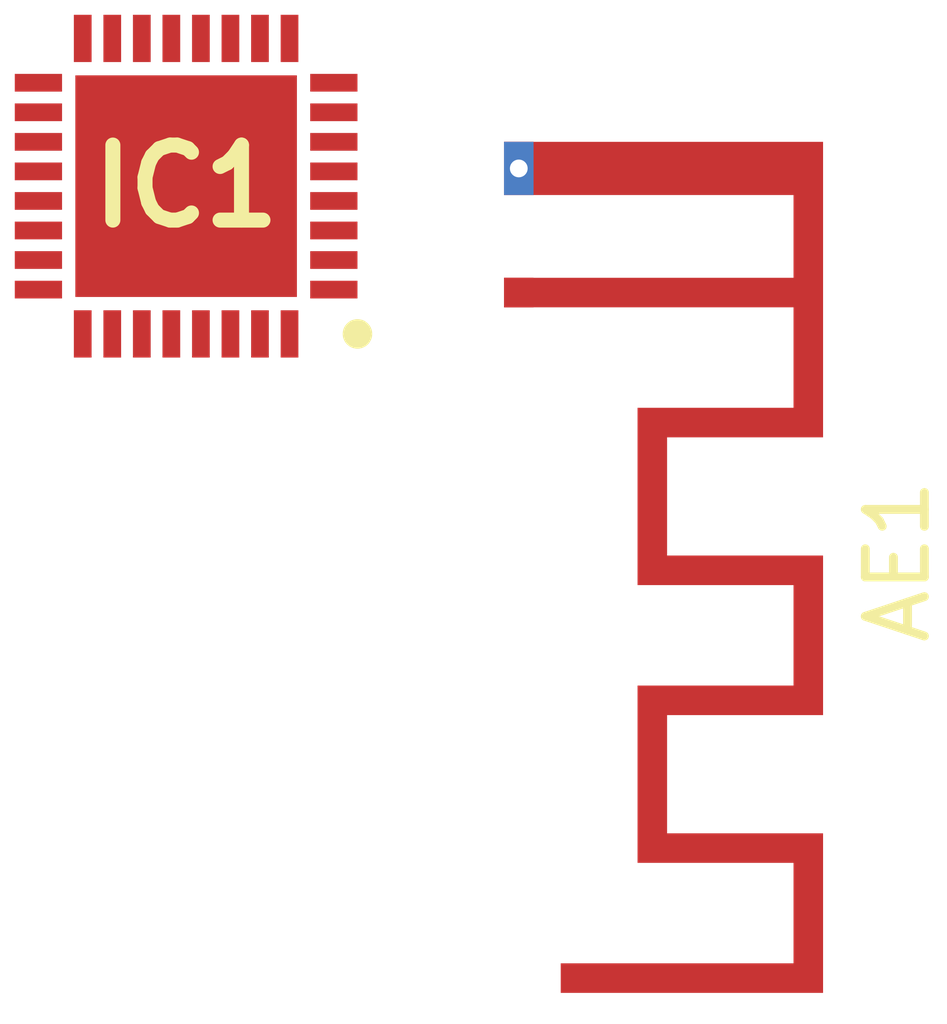
<source format=kicad_pcb>
(kicad_pcb (version 20211014) (generator pcbnew)
  (layers (0 "F.Cu" signal) (31 "B.Cu" signal) (34 "B.Paste" user) (35 "F.Paste" user) (36 "B.SilkS" user "B.Silkscreen") (37 "F.SilkS" user "F.Silkscreen") (38 "B.Mask" user) (39 "F.Mask" user) (44 "Edge.Cuts" user))
  (net 0 "")
  (net 1 "GND")
  (net 2 "Net-(AE1-Pad1)")
  (footprint "SamacSys_Parts:QFN50P500X500X90-33N-D" (layer "F.Cu") (at 70.104 65.278 180)
    (fp_text reference "IC1" (at 0 0) (layer "F.SilkS") (effects (font (size 1.27 1.27) (thickness 0.254))))
    (fp_text value "ESP32-C3" hide)
    (fp_circle (center -2.9 -2.5) (end -2.9 -2.375) (layer "F.SilkS") (width 0.25) (fill none))
    (pad "1" smd rect locked (at -2.5 -1.75 270) (size 0.3 0.8) (layers "F.Cu" "F.Paste" "F.Mask") (net 2 "Net-(AE1-Pad1)"))
    (pad "2" smd rect locked (at -2.5 -1.25 270) (size 0.3 0.8) (layers "F.Cu" "F.Paste" "F.Mask"))
    (pad "3" smd rect locked (at -2.5 -0.75 270) (size 0.3 0.8) (layers "F.Cu" "F.Paste" "F.Mask"))
    (pad "4" smd rect locked (at -2.5 -0.25 270) (size 0.3 0.8) (layers "F.Cu" "F.Paste" "F.Mask"))
    (pad "5" smd rect locked (at -2.5 0.25 270) (size 0.3 0.8) (layers "F.Cu" "F.Paste" "F.Mask"))
    (pad "6" smd rect locked (at -2.5 0.75 270) (size 0.3 0.8) (layers "F.Cu" "F.Paste" "F.Mask"))
    (pad "7" smd rect locked (at -2.5 1.25 270) (size 0.3 0.8) (layers "F.Cu" "F.Paste" "F.Mask"))
    (pad "8" smd rect locked (at -2.5 1.75 270) (size 0.3 0.8) (layers "F.Cu" "F.Paste" "F.Mask"))
    (pad "9" smd rect locked (at -1.75 2.5 180) (size 0.3 0.8) (layers "F.Cu" "F.Paste" "F.Mask"))
    (pad "10" smd rect locked (at -1.25 2.5 180) (size 0.3 0.8) (layers "F.Cu" "F.Paste" "F.Mask"))
    (pad "11" smd rect locked (at -0.75 2.5 180) (size 0.3 0.8) (layers "F.Cu" "F.Paste" "F.Mask"))
    (pad "12" smd rect locked (at -0.25 2.5 180) (size 0.3 0.8) (layers "F.Cu" "F.Paste" "F.Mask"))
    (pad "13" smd rect locked (at 0.25 2.5 180) (size 0.3 0.8) (layers "F.Cu" "F.Paste" "F.Mask"))
    (pad "14" smd rect locked (at 0.75 2.5 180) (size 0.3 0.8) (layers "F.Cu" "F.Paste" "F.Mask"))
    (pad "15" smd rect locked (at 1.25 2.5 180) (size 0.3 0.8) (layers "F.Cu" "F.Paste" "F.Mask"))
    (pad "16" smd rect locked (at 1.75 2.5 180) (size 0.3 0.8) (layers "F.Cu" "F.Paste" "F.Mask"))
    (pad "17" smd rect locked (at 2.5 1.75 270) (size 0.3 0.8) (layers "F.Cu" "F.Paste" "F.Mask"))
    (pad "18" smd rect locked (at 2.5 1.25 270) (size 0.3 0.8) (layers "F.Cu" "F.Paste" "F.Mask"))
    (pad "19" smd rect locked (at 2.5 0.75 270) (size 0.3 0.8) (layers "F.Cu" "F.Paste" "F.Mask"))
    (pad "20" smd rect locked (at 2.5 0.25 270) (size 0.3 0.8) (layers "F.Cu" "F.Paste" "F.Mask"))
    (pad "21" smd rect locked (at 2.5 -0.25 270) (size 0.3 0.8) (layers "F.Cu" "F.Paste" "F.Mask"))
    (pad "22" smd rect locked (at 2.5 -0.75 270) (size 0.3 0.8) (layers "F.Cu" "F.Paste" "F.Mask"))
    (pad "23" smd rect locked (at 2.5 -1.25 270) (size 0.3 0.8) (layers "F.Cu" "F.Paste" "F.Mask"))
    (pad "24" smd rect locked (at 2.5 -1.75 270) (size 0.3 0.8) (layers "F.Cu" "F.Paste" "F.Mask"))
    (pad "25" smd rect locked (at 1.75 -2.5 180) (size 0.3 0.8) (layers "F.Cu" "F.Paste" "F.Mask"))
    (pad "26" smd rect locked (at 1.25 -2.5 180) (size 0.3 0.8) (layers "F.Cu" "F.Paste" "F.Mask"))
    (pad "27" smd rect locked (at 0.75 -2.5 180) (size 0.3 0.8) (layers "F.Cu" "F.Paste" "F.Mask"))
    (pad "28" smd rect locked (at 0.25 -2.5 180) (size 0.3 0.8) (layers "F.Cu" "F.Paste" "F.Mask"))
    (pad "29" smd rect locked (at -0.25 -2.5 180) (size 0.3 0.8) (layers "F.Cu" "F.Paste" "F.Mask"))
    (pad "30" smd rect locked (at -0.75 -2.5 180) (size 0.3 0.8) (layers "F.Cu" "F.Paste" "F.Mask"))
    (pad "31" smd rect locked (at -1.25 -2.5 180) (size 0.3 0.8) (layers "F.Cu" "F.Paste" "F.Mask"))
    (pad "32" smd rect locked (at -1.75 -2.5 180) (size 0.3 0.8) (layers "F.Cu" "F.Paste" "F.Mask"))
    (pad "33" smd rect locked (at 0 0 180) (size 3.75 3.75) (layers "F.Cu" "F.Paste" "F.Mask") (net 1 "GND"))
  )
  (footprint "RF_Antenna:Texas_SWRA117D_2.4GHz_Right" (layer "F.Cu") (at 75.734 67.078 -90)
    (fp_text reference "AE1" (at 4.55 -6.41 90) (layer "F.SilkS"))
    (fp_text value "Antenna_Shield")
    (fp_poly (pts (xy 2.45 -2.51) (xy 4.45 -2.51) (xy 4.45 -5.15) (xy 7.15 -5.15) (xy 7.15 -2.51) (xy 9.15 -2.51) (xy 9.15 -5.15) (xy 11.85 -5.15) (xy 11.85 -0.71) (xy 11.35 -0.71) (xy 11.35 -4.65) (xy 9.65 -4.65) (xy 9.65 -2.01) (xy 6.65 -2.01) (xy 6.65 -4.65) (xy 4.95 -4.65) (xy 4.95 -2.01) (xy 1.95 -2.01) (xy 1.95 -4.65) (xy 0.25 -4.65) (xy 0.25 0.25) (xy -0.25 0.25) (xy -0.25 -4.65) (xy -1.65 -4.65) (xy -1.65 0.25) (xy -2.55 0.25) (xy -2.55 0.006785) (xy -2.247583 0.006785) (xy -2.237742 0.054395) (xy -2.213674 0.096797) (xy -2.175731 0.129581) (xy -2.167819 0.133935) (xy -2.125156 0.146043) (xy -2.076637 0.1453) (xy -2.031122 0.1324) (xy -2.012511 0.121787) (xy -1.978868 0.086553) (xy -1.958309 0.041368) (xy -1.951778 -0.008158) (xy -1.960218 -0.056417) (xy -1.977112 -0.088643) (xy -2.012372 -0.121313) (xy -2.057682 -0.141408) (xy -2.107267 -0.147982) (xy -2.155353 -0.140092) (xy -2.188245 -0.123186) (xy -2.223185 -0.086416) (xy -2.242847 -0.041622) (xy -2.247583 0.006785) (xy -2.55 0.006785) (xy -2.55 -5.15) (xy 2.45 -5.15) (xy 2.45 -2.51)) (layer "F.Cu") (width 0) (fill solid))
    (pad "1" connect rect locked (at 0 0 270) (size 0.5 0.5) (layers "F.Cu") (net 2 "Net-(AE1-Pad1)"))
    (pad "2" thru_hole rect locked (at -2.1 0 270) (size 0.9 0.5) (drill 0.3) (layers *.Cu) (net 1 "GND"))
  )
)
</source>
